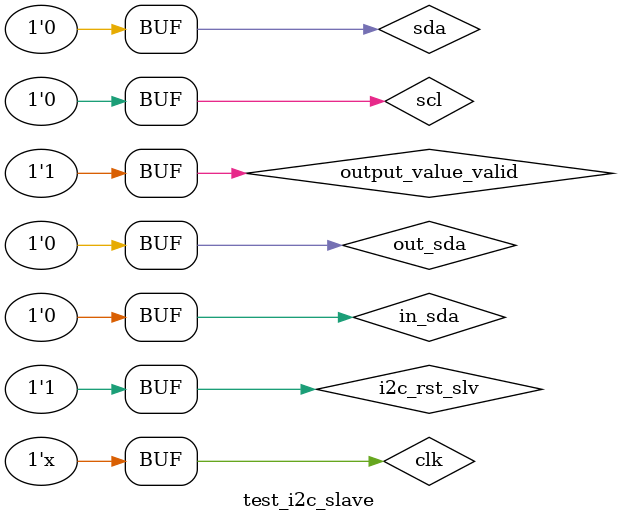
<source format=v>
`timescale 1ms/1us
/*
module verilog test_bench for i2c slave
*/
module test_i2c_slave();
	reg i2c_rst_slv, scl, clk; 
	
	wire in_sda;
	wire  sda;
	reg out_sda;
	reg output_value_valid;
	
	assign in_sda = sda;
	assign sda = (output_value_valid==1'b1)? out_sda : 1'bz;

	i2c_slave   i2c_slave_instance(
							.clock(clk),
							.reset_n(i2c_rst_slv),
							.scl(scl),
							.sda(sda)
							);
							

	always
		#1 clk = !clk;
		
	initial begin
	i2c_rst_slv = 0;
	output_value_valid = 1;
	out_sda = 0;
	scl = 1;
	
	end

	initial begin
	clk = 1;
	#5
	i2c_rst_slv = 1;
	#5
	i2c_rst_slv = 0;
	#5
	i2c_rst_slv = 1;
	#5
	/*simulate the 8qm issue*/
	out_sda = 0;
	//scl = 0;	
	#5
	/*simulate the 8qm issue*/
	out_sda = 1;
	//scl = 1;
   #20
	/* start condition */
	output_value_valid = 1;
	scl=1;
	out_sda=0;
	/*1st bit*/
	#20 
	scl=0;
	out_sda=1;
	#20
	scl=1;
	/*2nd bit*/
	#20
	scl=0;
	out_sda=1;
	#20
	scl=1;
	/*3rd bit*/
	#20 
	scl=0;
	out_sda=1;
	#20 
	scl=1;
	/*4th bit*/
	#20
	scl=0; 
	out_sda=1;
	#20 
	scl=1;
	/*5th bit*/
	#20 
	scl=0;
	out_sda=1;
	#20 
	scl=1;
	/*6th bit*/
	#20 
	scl=0;
	out_sda=1;
	#20 
	scl=1;
	/*7th bit*/
	#20 
	scl=0;
	out_sda=0;
	#20
	scl=1;
	/*8th bit read 0/write 1*/
	#20 
	scl=0;
	out_sda=0;
	#20 
	scl=1;
	/*ack bit*/
	#20 
	scl=0;
	/*leave control to salve*/
	output_value_valid = 0;
	#20
	scl=1;
	#20
	scl=0;
		/*take control back*/
	output_value_valid = 1;	
	end

endmodule


</source>
